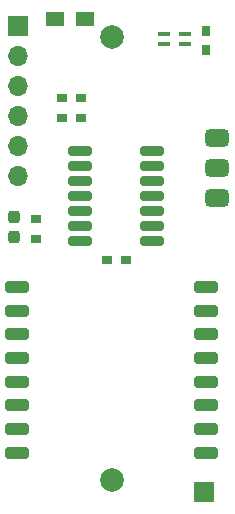
<source format=gbr>
%TF.GenerationSoftware,KiCad,Pcbnew,(6.0.5)*%
%TF.CreationDate,2022-05-20T14:29:48+02:00*%
%TF.ProjectId,LoraTrigger,4c6f7261-5472-4696-9767-65722e6b6963,rev?*%
%TF.SameCoordinates,Original*%
%TF.FileFunction,Soldermask,Top*%
%TF.FilePolarity,Negative*%
%FSLAX46Y46*%
G04 Gerber Fmt 4.6, Leading zero omitted, Abs format (unit mm)*
G04 Created by KiCad (PCBNEW (6.0.5)) date 2022-05-20 14:29:48*
%MOMM*%
%LPD*%
G01*
G04 APERTURE LIST*
G04 Aperture macros list*
%AMRoundRect*
0 Rectangle with rounded corners*
0 $1 Rounding radius*
0 $2 $3 $4 $5 $6 $7 $8 $9 X,Y pos of 4 corners*
0 Add a 4 corners polygon primitive as box body*
4,1,4,$2,$3,$4,$5,$6,$7,$8,$9,$2,$3,0*
0 Add four circle primitives for the rounded corners*
1,1,$1+$1,$2,$3*
1,1,$1+$1,$4,$5*
1,1,$1+$1,$6,$7*
1,1,$1+$1,$8,$9*
0 Add four rect primitives between the rounded corners*
20,1,$1+$1,$2,$3,$4,$5,0*
20,1,$1+$1,$4,$5,$6,$7,0*
20,1,$1+$1,$6,$7,$8,$9,0*
20,1,$1+$1,$8,$9,$2,$3,0*%
G04 Aperture macros list end*
%ADD10RoundRect,0.237500X0.237500X-0.287500X0.237500X0.287500X-0.237500X0.287500X-0.237500X-0.287500X0*%
%ADD11R,1.700000X1.700000*%
%ADD12RoundRect,0.375000X0.625000X-0.375000X0.625000X0.375000X-0.625000X0.375000X-0.625000X-0.375000X0*%
%ADD13RoundRect,0.250000X-0.750000X-0.250000X0.750000X-0.250000X0.750000X0.250000X-0.750000X0.250000X0*%
%ADD14C,2.000000*%
%ADD15R,0.900000X0.750000*%
%ADD16R,0.900000X0.700000*%
%ADD17R,1.500000X1.250000*%
%ADD18RoundRect,0.200000X0.800000X0.200000X-0.800000X0.200000X-0.800000X-0.200000X0.800000X-0.200000X0*%
%ADD19R,0.750000X0.900000*%
%ADD20O,1.700000X1.700000*%
%ADD21R,1.100000X0.300000*%
G04 APERTURE END LIST*
D10*
X100100000Y-58975000D03*
X100100000Y-57225000D03*
D11*
X116205000Y-80518000D03*
D12*
X117351000Y-55640000D03*
X117351000Y-53100000D03*
X117351000Y-50560000D03*
D13*
X116426000Y-75200000D03*
X100426000Y-77200000D03*
X100426000Y-63200000D03*
X100426000Y-65200000D03*
X100426000Y-67200000D03*
X100426000Y-69200000D03*
X100426000Y-71200000D03*
X100426000Y-73200000D03*
X116426000Y-67200000D03*
X116426000Y-65200000D03*
X116426000Y-63200000D03*
X116426000Y-73200000D03*
X116426000Y-71200000D03*
X100426000Y-75200000D03*
X116426000Y-77200000D03*
X116426000Y-69200000D03*
D14*
X108450000Y-42050000D03*
X108450000Y-79550000D03*
D15*
X109600000Y-60900000D03*
X108000000Y-60900000D03*
D16*
X102000000Y-59150000D03*
X102000000Y-57450000D03*
X104200000Y-47150000D03*
X104200000Y-48850000D03*
X105800000Y-47150000D03*
X105800000Y-48850000D03*
D17*
X106150000Y-40525000D03*
X103650000Y-40525000D03*
D18*
X111848000Y-59315000D03*
X111848000Y-58045000D03*
X111848000Y-56775000D03*
X111848000Y-55505000D03*
X111848000Y-54235000D03*
X111848000Y-52965000D03*
X111848000Y-51695000D03*
X105752000Y-51695000D03*
X105752000Y-52965000D03*
X105752000Y-54235000D03*
X105752000Y-55505000D03*
X105752000Y-56775000D03*
X105752000Y-58045000D03*
X105752000Y-59315000D03*
D19*
X116400000Y-43100000D03*
X116400000Y-41500000D03*
D11*
X100500000Y-41050000D03*
D20*
X100500000Y-43590000D03*
X100500000Y-46130000D03*
X100500000Y-48670000D03*
X100500000Y-51210000D03*
X100500000Y-53750000D03*
D21*
X112800000Y-41800000D03*
X112800000Y-42600000D03*
X114600000Y-42600000D03*
X114600000Y-41800000D03*
M02*

</source>
